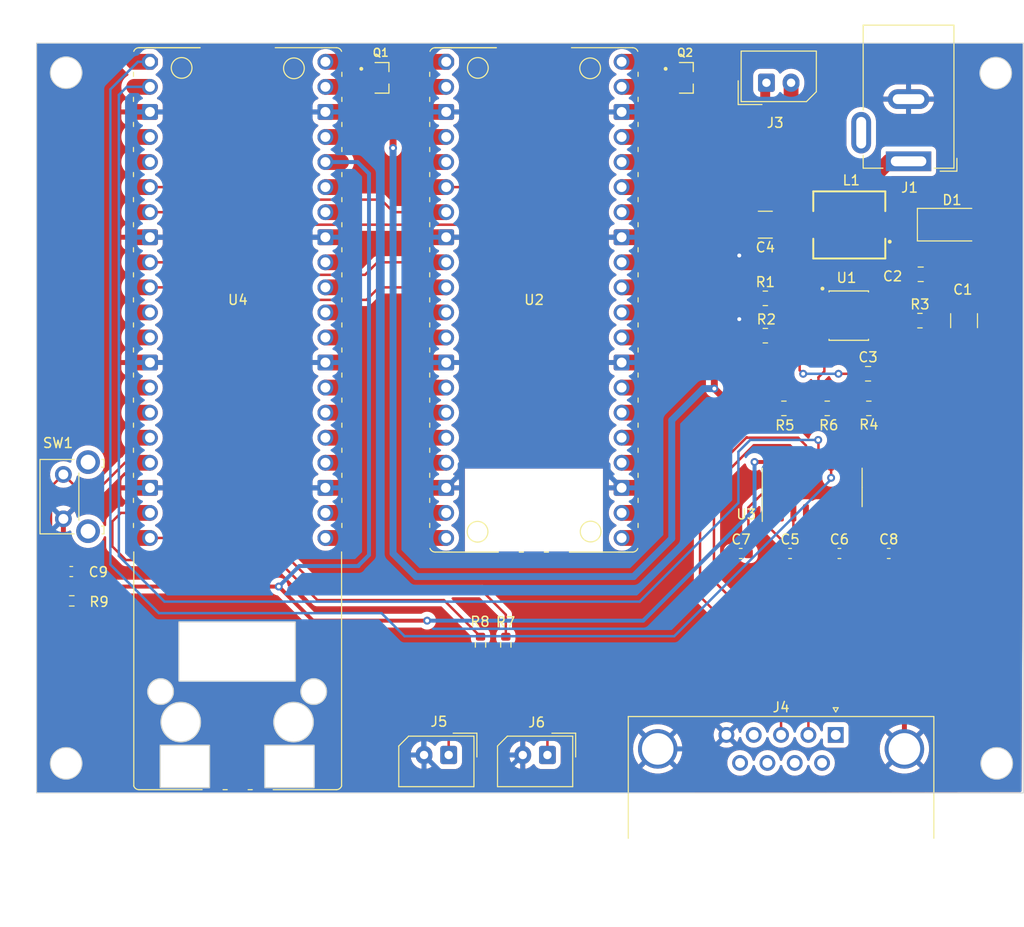
<source format=kicad_pcb>
(kicad_pcb (version 20221018) (generator pcbnew)
  (layers (0 "F.Cu" signal) (31 "B.Cu" signal) (34 "B.Paste" user) (35 "F.Paste" user) (36 "B.SilkS" user "B.Silkscreen") (37 "F.SilkS" user "F.Silkscreen") (38 "B.Mask" user) (39 "F.Mask" user) (44 "Edge.Cuts" user))
  (net 0 "")
  (net 1 "+5V")
  (net 2 "Net-(U1-FB)")
  (net 3 "Net-(C3-Pad2)")
  (net 4 "GND")
  (net 5 "Net-(U1-FREQ)")
  (net 6 "Net-(U1-EN)")
  (net 7 "+24V")
  (net 8 "+3.3V")
  (net 9 "BTN")
  (net 10 "Net-(U4-GPIO15)")
  (net 11 "Net-(U4-GPIO14)")
  (net 12 "Net-(U3-C1+)")
  (net 13 "Net-(U3-VS+)")
  (net 14 "Net-(U3-C1-)")
  (net 15 "Net-(U3-C2+)")
  (net 16 "Net-(U3-C2-)")
  (net 17 "Net-(U3-VS-)")
  (net 22 "UART0_TX")
  (net 23 "UART0_RX")
  (net 24 "RS232_RX")
  (net 25 "RS232_TX")
  (net 31 "Net-(U1-BST)")
  (net 32 "Net-(U1-SW)")
  (net 33 "Net-(U1-COMP)")
  (net 38 "UART1_RX")
  (net 39 "UART1_TX")
  (net 40 "P6")
  (net 41 "P7")
  (net 64 "Net-(U2-VSYS)")
  (net 65 "Net-(U2-VBUS)")
  (net 86 "Net-(U4-VSYS)")
  (net 87 "Net-(U4-VBUS)")
  (net 88 "+24VP")
  (net 89 "Net-(J6-Pin_1)")
  (net 90 "Net-(J5-Pin_1)")
  (footprint "Package_SO:SO-16_3.9x9.9mm_P1.27mm" (layer "F.Cu") (at 98.6144 65.0312 90)
    (fp_text reference "U3")
    (fp_text value "MAX3232")
  )
  (footprint "Resistor_SMD:R_0603_1608Metric" (layer "F.Cu") (at 67.564 80.9874 -90)
    (fp_text reference "R7")
    (fp_text value "120")
  )
  (footprint "Connector_Dsub:DSUB-9_Female_Horizontal_P2.77x2.84mm_EdgePinOffset7.70mm_Housed_MountingHolesOffset9.12mm" (layer "F.Cu") (at 101 90.1139)
    (fp_text reference "J4")
    (fp_text value "RS232")
  )
  (footprint "Connector_Molex:Molex_SPOX_5267-02A_1x02_P2.50mm_Vertical" (layer "F.Cu") (at 61.7728 92.1512 180)
    (fp_text reference "J5")
    (fp_text value "Conn_01x02")
  )
  (footprint "Resistor_SMD:R_0603_1608Metric" (layer "F.Cu") (at 64.9986 80.9874 -90)
    (fp_text reference "R8")
    (fp_text value "120")
  )
  (footprint "Capacitor_SMD:C_0603_1608Metric" (layer "F.Cu") (at 106.3738 71.7272)
    (fp_text reference "C8")
    (fp_text value "100nF")
  )
  (footprint "Capacitor_SMD:C_0603_1608Metric" (layer "F.Cu") (at 23.5204 73.5584)
    (fp_text reference "C9")
    (fp_text value "10nF")
  )
  (footprint "Capacitor_SMD:C_0603_1608Metric" (layer "F.Cu") (at 96.3738 71.7272)
    (fp_text reference "C5")
    (fp_text value "100nF")
  )
  (footprint "Resistor_SMD:R_0805_2012Metric" (layer "F.Cu") (at 93.8665 49.6546 180)
    (fp_text reference "R2")
    (fp_text value "24K9")
  )
  (footprint "Resistor_SMD:R_0805_2012Metric" (layer "F.Cu") (at 100.1403 57.0206)
    (fp_text reference "R6")
    (fp_text value "8K2")
  )
  (footprint "Capacitor_SMD:C_0805_2012Metric" (layer "F.Cu") (at 104.2786 53.5136)
    (fp_text reference "C3")
    (fp_text value "220pF")
  )
  (footprint "Resistor_SMD:R_0805_2012Metric" (layer "F.Cu") (at 109.5364 48.1306)
    (fp_text reference "R3")
    (fp_text value "200K")
  )
  (footprint "Capacitor_SMD:C_1210_3225Metric" (layer "F.Cu") (at 114.0068 48.1306 -90)
    (fp_text reference "C1")
    (fp_text value "10uF 50V")
  )
  (footprint "Resistor_SMD:R_0603_1608Metric" (layer "F.Cu") (at 23.5712 76.5302 180)
    (fp_text reference "R9")
    (fp_text value "1K")
  )
  (footprint "Connector_Molex:Molex_SPOX_5267-02A_1x02_P2.50mm_Vertical" (layer "F.Cu") (at 71.7804 92.1512 180)
    (fp_text reference "J6")
    (fp_text value "Conn_01x02")
  )
  (footprint "Resistor_SMD:R_0805_2012Metric" (layer "F.Cu") (at 104.3548 57.0206 180)
    (fp_text reference "R4")
    (fp_text value "68K")
  )
  (footprint "Capacitor_SMD:C_0603_1608Metric" (layer "F.Cu") (at 101.3738 71.7272)
    (fp_text reference "C6")
    (fp_text value "100nF")
  )
  (footprint "Resistor_SMD:R_0805_2012Metric" (layer "F.Cu") (at 95.7461 57.0206)
    (fp_text reference "R5")
    (fp_text value "43K")
  )
  (footprint "0.winners:INDP7368X320_Inductor" (layer "F.Cu") (at 102.3736 38.4278 180)
    (fp_text reference "L1")
    (fp_text value "4.7uH")
  )
  (footprint "Capacitor_SMD:C_0603_1608Metric" (layer "F.Cu") (at 91.3738 71.7272 180)
    (fp_text reference "C7")
    (fp_text value "100nF")
  )
  (footprint "0.winners:Raspberry_Pi_Pico_W_SMT_THT" (layer "F.Cu") (at 61.5188 21.8948)
    (fp_text reference "U2")
    (fp_text value "Raspberry Pi Pico W")
  )
  (footprint "Diode_SMD:D_SMA" (layer "F.Cu") (at 112.7876 38.4024)
    (fp_text reference "D1")
    (fp_text value "SS34")
  )
  (footprint "Connector_BarrelJack:BarrelJack_GCT_DCJ200-10-A_Horizontal" (layer "F.Cu") (at 108.3818 31.9794 180)
    (fp_text reference "J1")
    (fp_text value "Barrel_Jack_MountingPin")
  )
  (footprint "Connector_Molex:Molex_SPOX_5267-02A_1x02_P2.50mm_Vertical" (layer "F.Cu") (at 93.9746 24.018)
    (fp_text reference "J3")
    (fp_text value "Conn_01x02")
  )
  (footprint "Button_Switch_THT:SW_SPST_Omron_B3F-315x_Angled" (layer "F.Cu") (at 22.7222 68.219 90)
    (fp_text reference "SW1")
    (fp_text value "SW_Push")
  )
  (footprint "0.winners:SOT91P240X110-3N_DMG2305UX-7" (layer "F.Cu") (at 85.861 23.5198)
    (fp_text reference "Q2")
    (fp_text value "DMG2305UX-7")
  )
  (footprint "0.winners:SOT91P240X110-3N_DMG2305UX-7" (layer "F.Cu") (at 55.0164 23.5204)
    (fp_text reference "Q1")
    (fp_text value "DMG2305UX-7")
  )
  (footprint "Capacitor_SMD:C_0805_2012Metric" (layer "F.Cu") (at 109.6126 43.4316)
    (fp_text reference "C2")
    (fp_text value "0.1uF")
  )
  (footprint "Resistor_SMD:R_0805_2012Metric" (layer "F.Cu") (at 93.8665 45.87)
    (fp_text reference "R1")
    (fp_text value "100K")
  )
  (footprint "0.winners:W5500-EVB-Pico_SMT_THT" (layer "F.Cu") (at 29.836 20.4648)
    (fp_text reference "U4")
    (fp_text value "W5500-EVB-Pico")
    (fp_rect (start 2.7 70.7) (end 7.7 75) (stroke (width 0.12)) (fill none) (layer "Edge.Cuts"))
    (fp_rect (start 4.6 58.2) (end 16.4 64.2) (stroke (width 0.12)) (fill none) (layer "Edge.Cuts"))
    (fp_rect (start 13.3 70.7) (end 18.3 75) (stroke (width 0.12)) (fill none) (layer "Edge.Cuts"))
    (fp_circle (center 2.74 65.26) (end 4.04 65.26) (stroke (width 0.12)) (fill none) (layer "Edge.Cuts"))
    (fp_circle (center 4.785 68.35) (end 6.785 68.35) (stroke (width 0.12)) (fill none) (layer "Edge.Cuts"))
    (fp_circle (center 16.215 68.35) (end 18.215 68.35) (stroke (width 0.12)) (fill none) (layer "Edge.Cuts"))
    (fp_circle (center 18.26 65.26) (end 19.56 65.26) (stroke (width 0.12)) (fill none) (layer "Edge.Cuts"))
  )
  (footprint "0.winners:SOIC127P600X170-9N_MP1584EN" (layer "F.Cu") (at 102.3228 47.6208)
    (fp_text reference "U1")
    (fp_text value "MP1584EN")
  )
  (footprint "Capacitor_SMD:C_1210_3225Metric" (layer "F.Cu") (at 93.8646 38.4024 180)
    (fp_text reference "C4")
    (fp_text value "22uF")
  )
  (gr_circle (center 23 23) (end 24.6 23) (stroke (width 0.1)) (fill none) (layer "Edge.Cuts"))
  (gr_circle (center 23 93) (end 24.6 93) (stroke (width 0.1)) (fill none) (layer "Edge.Cuts"))
  (gr_circle (center 117.221 23.0378) (end 118.821 23.0378) (stroke (width 0.1)) (fill none) (layer "Edge.Cuts"))
  (gr_rect (start 20 20) (end 120 96) (stroke (width 0.1)) (fill none) (layer "Edge.Cuts"))
  (gr_circle (center 117.3226 93) (end 118.9226 93) (stroke (width 0.1)) (fill none) (layer "Edge.Cuts"))
  (segment (start 90.701 57.0206) (end 94.8336 57.0206) (width 0.7) (layer "F.Cu") (net 1))
  (segment (start 95.3396 39.95) (end 95.3396 38.4024) (width 0.7) (layer "F.Cu") (net 1))
  (segment (start 89.4588 28.3972) (end 89.4588 24.9936) (width 0.7) (layer "F.Cu") (net 1))
  (segment (start 95.3396 38.4024) (end 95.365 38.4278) (width 0.7) (layer "F.Cu") (net 1))
  (segment (start 88.6968 46.5928) (end 95.3396 39.95) (width 0.7) (layer "F.Cu") (net 1))
  (segment (start 56.134 23.613) (end 56.0414 23.5204) (width 0.7) (layer "F.Cu") (net 1))
  (segment (start 87.985 23.5198) (end 86.886 23.5198) (width 0.7) (layer "F.Cu") (net 1))
  (segment (start 95.3396 34.278) (end 89.4588 28.3972) (width 0.7) (layer "F.Cu") (net 1))
  (segment (start 89.4588 24.9936) (end 87.985 23.5198) (width 0.7) (layer "F.Cu") (net 1))
  (segment (start 95.3396 38.4024) (end 95.3396 34.278) (width 0.7) (layer "F.Cu") (net 1))
  (segment (start 88.6968 55.0164) (end 88.6968 46.5928) (width 0.7) (layer "F.Cu") (net 1))
  (segment (start 56.134 30.6324) (end 56.134 23.613) (width 0.7) (layer "F.Cu") (net 1))
  (segment (start 95.365 38.4278) (end 99.3736 38.4278) (width 0.7) (layer "F.Cu") (net 1))
  (segment (start 88.6968 55.0164) (end 90.701 57.0206) (width 0.7) (layer "F.Cu") (net 1))
  (via (at 56.134 30.6324) (size 0.8) (drill 0.4) (layers "F.Cu" "B.Cu") (net 1))
  (via (at 88.6968 55.0164) (size 0.8) (drill 0.4) (layers "F.Cu" "B.Cu") (net 1))
  (segment (start 84.3788 58.2168) (end 84.3788 70.2056) (width 0.7) (layer "B.Cu") (net 1))
  (segment (start 88.6968 55.0164) (end 87.5792 55.0164) (width 0.7) (layer "B.Cu") (net 1))
  (segment (start 58.4708 74.0664) (end 56.134 71.7296) (width 0.7) (layer "B.Cu") (net 1))
  (segment (start 56.134 71.7296) (end 56.134 30.6324) (width 0.7) (layer "B.Cu") (net 1))
  (segment (start 84.3788 70.2056) (end 80.518 74.0664) (width 0.7) (layer "B.Cu") (net 1))
  (segment (start 87.5792 55.0164) (end 84.3788 58.2168) (width 0.7) (layer "B.Cu") (net 1))
  (segment (start 80.518 74.0664) (end 58.4708 74.0664) (width 0.7) (layer "B.Cu") (net 1))
  (segment (start 99.2494 53.871) (end 99.2494 56.999) (width 0.25) (layer "F.Cu") (net 2))
  (segment (start 99.8478 53.2726) (end 99.2494 53.871) (width 0.25) (layer "F.Cu") (net 2))
  (segment (start 99.8478 49.5258) (end 99.8478 53.2726) (width 0.25) (layer "F.Cu") (net 2))
  (segment (start 99.2494 56.999) (end 99.2278 57.0206) (width 0.25) (layer "F.Cu") (net 2))
  (segment (start 96.6586 57.0206) (end 99.2278 57.0206) (width 0.25) (layer "F.Cu") (net 2))
  (segment (start 105.2673 57.0206) (end 105.2673 53.5523) (width 0.25) (layer "F.Cu") (net 3))
  (segment (start 105.2673 53.5523) (end 105.2286 53.5136) (width 0.25) (layer "F.Cu") (net 3))
  (segment (start 83.9176 65.1296) (end 80.1878 65.1296) (width 0.5) (layer "F.Cu") (net 4))
  (segment (start 105.828 61.1608) (end 105.828 64.3612) (width 0.5) (layer "F.Cu") (net 4))
  (segment (start 110.4489 49.4985) (end 110.4762 49.5258) (width 0.5) (layer "F.Cu") (net 4))
  (segment (start 91.223 41.5266) (end 91.399 41.5266) (width 0.5) (layer "F.Cu") (net 4))
  (segment (start 22.7222 68.219) (end 24.3932 66.548) (width 0.5) (layer "F.Cu") (net 4))
  (segment (start 103.4423 57.0206) (end 103.4423 58.7751) (width 0.5) (layer "F.Cu") (net 4))
  (segment (start 105.9042 65.7582) (end 107.1488 67.0028) (width 0.5) (layer "F.Cu") (net 4))
  (segment (start 107.96 74.562) (end 107.96 91.5339) (width 0.5) (layer "F.Cu") (net 4))
  (segment (start 101.0528 57.0206) (end 103.4423 57.0206) (width 0.5) (layer "F.Cu") (net 4))
  (segment (start 112.0492 49.5258) (end 112.129 49.6056) (width 0.5) (layer "F.Cu") (net 4))
  (segment (start 28.3972 65.0748) (end 31.496 65.0748) (width 0.5) (layer "F.Cu") (net 4))
  (segment (start 22.7222 68.219) (end 22.7222 70.5758) (width 0.5) (layer "F.Cu") (net 4))
  (segment (start 113.7407 26.9621) (end 116.2426 29.464) (width 0.5) (layer "F.Cu") (net 4))
  (segment (start 90.5988 73.6176) (end 91.3754 74.3942) (width 0.5) (layer "F.Cu") (net 4))
  (segment (start 92.9756 64.3612) (end 95.4394 64.3612) (width 0.5) (layer "F.Cu") (net 4))
  (segment (start 90.5988 71.7272) (end 90.5988 73.6176) (width 0.5) (layer "F.Cu") (net 4))
  (segment (start 24.3932 66.548) (end 26.924 66.548) (width 0.5) (layer "F.Cu") (net 4))
  (segment (start 107.1488 67.0028) (end 107.1488 71.7272) (width 0.5) (layer "F.Cu") (net 4))
  (segment (start 92.954 49.6546) (end 92.0866 49.6546) (width 0.5) (layer "F.Cu") (net 4))
  (segment (start 116.2426 38.4048) (end 116.2426 49.4254) (width 0.5) (layer "F.Cu") (net 4))
  (segment (start 95.4394 64.3612) (end 95.4394 64.6152) (width 0.5) (layer "F.Cu") (net 4))
  (segment (start 105.828 61.1608) (end 109.4856 61.1608) (width 0.5) (layer "F.Cu") (net 4))
  (segment (start 116.0624 49.6056) (end 114.0068 49.6056) (width 0.5) (layer "F.Cu") (net 4))
  (segment (start 105.8534 65.7582) (end 105.9042 65.7582) (width 0.5) (layer "F.Cu") (net 4))
  (segment (start 105.828 65.7328) (end 105.8534 65.7582) (width 0.5) (layer "F.Cu") (net 4))
  (segment (start 22.7222 70.5758) (end 24.2954 72.149) (width 0.5) (layer "F.Cu") (net 4))
  (segment (start 95.4394 64.3612) (end 95.4394 62.4562) (width 0.5) (layer "F.Cu") (net 4))
  (segment (start 95.4394 64.6152) (end 96.5824 65.7582) (width 0.5) (layer "F.Cu") (net 4))
  (segment (start 110.4762 49.5258) (end 112.0492 49.5258) (width 0.5) (layer "F.Cu") (net 4))
  (segment (start 24.2954 72.149) (end 24.2954 73.5584) (width 0.5) (layer "F.Cu") (net 4))
  (segment (start 108.1278 74.3942) (end 108.2294 74.2926) (width 0.5) (layer "F.Cu") (net 4))
  (segment (start 107.1488 71.7272) (end 108.2294 72.8078) (width 0.5) (layer "F.Cu") (net 4))
  (segment (start 91.2484 48.8164) (end 91.2484 48.0036) (width 0.5) (layer "F.Cu") (net 4))
  (segment (start 96.5824 65.7582) (end 105.8534 65.7582) (width 0.5) (layer "F.Cu") (net 4))
  (segment (start 108.3818 25.6794) (end 112.4458 25.6794) (width 0.5) (layer "F.Cu") (net 4))
  (segment (start 90.5988 66.738) (end 92.9756 64.3612) (width 0.5) (layer "F.Cu") (net 4))
  (segment (start 92.0866 49.6546) (end 91.2484 48.8164) (width 0.5) (layer "F.Cu") (net 4))
  (segment (start 89.9906 59.0566) (end 83.9176 65.1296) (width 0.5) (layer "F.Cu") (net 4))
  (segment (start 90.5988 71.7272) (end 90.5988 66.738) (width 0.5) (layer "F.Cu") (net 4))
  (segment (start 84.4296 26.9748) (end 80.8988 26.9748) (width 0.5) (layer "F.Cu") (net 4))
  (segment (start 105.828 64.3612) (end 105.828 65.7328) (width 0.5) (layer "F.Cu") (net 4))
  (segment (start 103.4423 58.7751) (end 103.542 58.8748) (width 0.5) (layer "F.Cu") (net 4))
  (segment (start 109.4856 61.1608) (end 110.4762 60.1702) (width 0.5) (layer "F.Cu") (net 4))
  (segment (start 91.399 41.5266) (end 92.3896 40.536) (width 0.5) (layer "F.Cu") (net 4))
  (segment (start 116.2426 38.4048) (end 114.79 38.4048) (width 0.5) (layer "F.Cu") (net 4))
  (segment (start 116.2426 29.464) (end 116.2426 38.4048) (width 0.5) (layer "F.Cu") (net 4))
  (segment (start 114.79 38.4048) (end 114.7876 38.4024) (width 0.5) (layer "F.Cu") (net 4))
  (segment (start 112.129 49.6056) (end 114.0068 49.6056) (width 0.5) (layer "F.Cu") (net 4))
  (segment (start 91.2484 48.0036) (end 91.223 47.9782) (width 0.5) (layer "F.Cu") (net 4))
  (segment (start 92.3896 38.4024) (end 92.3896 34.9348) (width 0.5) (layer "F.Cu") (net 4))
  (segment (start 91.3754 74.3942) (end 108.1278 74.3942) (width 0.5) (layer "F.Cu") (net 4))
  (segment (start 103.3602 59.0566) (end 89.9906 59.0566) (width 0.5) (layer "F.Cu") (net 4))
  (segment (start 104.7978 49.5258) (end 110.4762 49.5258) (width 0.5) (layer "F.Cu") (net 4))
  (segment (start 113.7285 26.9621) (end 113.7407 26.9621) (width 0.5) (layer "F.Cu") (net 4))
  (segment (start 108.2294 72.8078) (end 108.2294 74.2926) (width 0.5) (layer "F.Cu") (net 4))
  (segment (start 92.3896 38.4024) (end 92.3896 40.536) (width 0.5) (layer "F.Cu") (net 4))
  (segment (start 92.3896 34.9348) (end 84.4296 26.9748) (width 0.5) (layer "F.Cu") (net 4))
  (segment (start 116.2426 49.4254) (end 116.0624 49.6056) (width 0.5) (layer "F.Cu") (net 4))
  (segment (start 110.4762 60.1702) (end 110.4762 49.5258) (width 0.5) (layer "F.Cu") (net 4))
  (segment (start 26.924 66.548) (end 28.3972 65.0748) (width 0.5) (layer "F.Cu") (net 4))
  (segment (start 108.1278 74.3942) (end 107.96 74.562) (width 0.5) (layer "F.Cu") (net 4))
  (segment (start 112.4458 25.6794) (end 113.7285 26.9621) (width 0.5) (layer "F.Cu") (net 4))
  (segment (start 110.4489 48.1306) (end 110.4489 49.4985) (width 0.5) (layer "F.Cu") (net 4))
  (segment (start 103.542 58.8748) (end 105.828 61.1608) (width 0.5) (layer "F.Cu") (net 4))
  (segment (start 103.542 58.8748) (end 103.3602 59.0566) (width 0.5) (layer "F.Cu") (net 4))
  (via (at 91.223 41.5266) (size 0.8) (drill 0.4) (layers "F.Cu" "B.Cu") (net 4))
  (via (at 91.223 47.9782) (size 0.8) (drill 0.4) (layers "F.Cu" "B.Cu") (net 4))
  (segment (start 61.5188 26.9748) (end 70.7136 26.9748) (width 0.5) (layer "B.Cu") (net 4))
  (segment (start 70.5612 39.6748) (end 70.5612 27.1272) (width 0.5) (layer "B.Cu") (net 4))
  (segment (start 40.1828 52.3748) (end 31.496 52.3748) (width 0.5) (layer "B.Cu") (net 4))
  (segment (start 91.223 46.378) (end 91.223 41.5266) (width 0.5) (layer "B.Cu") (net 4))
  (segment (start 40.3352 52.3748) (end 40.3352 39.6748) (width 0.5) (layer "B.Cu") (net 4))
  (segment (start 62.9412 63.6524) (end 62.9412 62.6872) (width 0.5) (layer "B.Cu") (net 4))
  (segment (start 77.9272 62.738) (end 77.9272 63.7032) (width 0.5) (layer "B.Cu") (net 4))
  (segment (start 40.5384 26.9748) (end 31.496 26.9748) (width 0.5) (layer "B.Cu") (net 4))
  (segment (start 49.276 39.6748) (end 40.3352 39.6748) (width 0.5) (layer "B.Cu") (net 4))
  (segment (start 77.9272 63.7032) (end 79.2988 65.0748) (width 0.5) (layer "B.Cu") (net 4))
  (segment (start 49.276 65.0748) (end 40.1828 65.0748) (width 0.5) (layer "B.Cu") (net 4))
  (segment (start 91.2016 46.3566) (end 91.223 46.378) (width 0.5) (layer "B.Cu") (net 4))
  (segment (start 61.2902 94.2086) (end 59.2328 92.1512) (width 0.5) (layer "B.Cu") (net 4))
  (segment (start 70.5612 39.6748) (end 79.2988 39.6748) (width 0.5) (layer "B.Cu") (net 4))
  (segment (start 40.3352 27.178) (end 40.5384 26.9748) (width 0.5) (layer "B.Cu") (net 4))
  (segment (start 79.1294 87.6808) (end 79.1294 87.7033) (width 0.5) (layer "B.Cu") (net 4))
  (segment (start 70.612 39.7256) (end 70.5612 39.6748) (width 0.5) (layer "B.Cu") (net 4))
  (segment (start 79.1294 87.7033) (end 82.96 91.5339) (width 0.5) (layer "B.Cu") (net 4))
  (segment (start 82.96 91.5339) (end 88.5 91.5339) (width 0.5) (layer "B.Cu") (net 4))
  (segment (start 91.223 47.9782) (end 91.223 46.378) (width 0.5) (layer "B.Cu") (net 4))
  (segment (start 70.612 52.3748) (end 79.2988 52.3748) (width 0.5) (layer "B.Cu") (net 4))
  (segment (start 70.612 52.3748) (end 70.612 39.7256) (width 0.5) (layer "B.Cu") (net 4))
  (segment (start 59.2328 88.4682) (end 60.0202 87.6808) (width 0.5) (layer "B.Cu") (net 4))
  (segment (start 49.276 52.3748) (end 40.3352 52.3748) (width 0.5) (layer "B.Cu") (net 4))
  (segment (start 70.612 52.3748) (end 70.612 61.7728) (width 0.5) (layer "B.Cu") (net 4))
  (segment (start 82.96 91.5339) (end 86.2961 94.87) (width 0.5) (layer "B.Cu") (net 4))
  (segment (start 70.612 61.7728) (end 76.962 61.7728) (width 0.5) (layer "B.Cu") (net 4))
  (segment (start 60.0202 87.6808) (end 79.1294 87.6808) (width 0.5) (layer "B.Cu") (net 4))
  (segment (start 40.3352 52.3748) (end 40.1828 52.3748) (width 0.5) (layer "B.Cu") (net 4))
  (segment (start 104.6239 94.87) (end 107.96 91.5339) (width 0.5) (layer "B.Cu") (net 4))
  (segment (start 76.962 61.7728) (end 77.9272 62.738) (width 0.5) (layer "B.Cu") (net 4))
  (segment (start 70.5612 27.1272) (end 70.7136 26.9748) (width 0.5) (layer "B.Cu") (net 4))
  (segment (start 61.5188 39.6748) (end 70.5612 39.6748) (width 0.5) (layer "B.Cu") (net 4))
  (segment (start 61.5188 52.3748) (end 70.612 52.3748) (width 0.5) (layer "B.Cu") (net 4))
  (segment (start 70.7136 26.9748) (end 79.2988 26.9748) (width 0.5) (layer "B.Cu") (net 4))
  (segment (start 40.3352 39.6748) (end 31.496 39.6748) (width 0.5) (layer "B.Cu") (net 4))
  (segment (start 40.1828 65.0748) (end 31.496 65.0748) (width 0.5) (layer "B.Cu") (net 4))
  (segment (start 88.5 91.5339) (end 89.92 90.1139) (width 0.5) (layer "B.Cu") (net 4))
  (segment (start 59.2328 92.1512) (end 59.2328 88.4682) (width 0.5) (layer "B.Cu") (net 4))
  (segment (start 63.8556 61.7728) (end 70.612 61.7728) (width 0.5) (layer "B.Cu") (net 4))
  (segment (start 62.9412 62.6872) (end 63.8556 61.7728) (width 0.5) (layer "B.Cu") (net 4))
  (segment (start 67.183 94.2086) (end 61.2902 94.2086) (width 0.5) (layer "B.Cu") (net 4))
  (segment (start 69.2404 92.1512) (end 67.183 94.2086) (width 0.5) (layer "B.Cu") (net 4))
  (segment (start 61.5188 26.9748) (end 49.276 26.9748) (width 0.5) (layer "B.Cu") (net 4))
  (segment (start 49.276 26.9748) (end 40.5384 26.9748) (width 0.5) (layer "B.Cu") (net 4))
  (segment (start 40.1828 52.3748) (end 40.1828 65.0748) (width 0.5) (layer "B.Cu") (net 4))
  (segment (start 40.3352 39.6748) (end 40.3352 27.178) (width 0.5) (layer "B.Cu") (net 4))
  (segment (start 86.2961 94.87) (end 104.6239 94.87) (width 0.5) (layer "B.Cu") (net 4))
  (segment (start 61.5188 65.0748) (end 62.9412 63.6524) (width 0.5) (layer "B.Cu") (net 4))
  (segment (start 89.8389 90.1139) (end 89.9425 90.1139) (width 0.5) (layer "B.Cu") (net 4))
  (segment (start 108.4987 48.2558) (end 108.6239 48.1306) (width 0.25) (layer "F.Cu") (net 5))
  (segment (start 104.7978 48.2558) (end 108.4987 48.2558) (width 0.25) (layer "F.Cu") (net 5))
  (segment (start 97.6474 46.9858) (end 96.5316 45.87) (width 0.25) (layer "F.Cu") (net 6))
  (segment (start 99.8478 46.9858) (end 97.6474 46.9858) (width 0.25) (layer "F.Cu") (net 6))
  (segment (start 94.779 45.87) (end 94.779 49.6546) (width 0.25) (layer "F.Cu") (net 6))
  (segment (start 96.5316 45.87) (end 94.779 45.87) (width 0.25) (layer "F.Cu") (net 6))
  (segment (start 95.7188 41.8568) (end 92.954 44.6216) (width 1) (layer "F.Cu") (net 7))
  (segment (start 92.954 44.6216) (end 92.954 45.87) (width 1) (layer "F.Cu") (net 7))
  (segment (start 112.776 36.0818) (end 111.5914 34.8972) (width 1) (layer "F.Cu") (net 7))
  (segment (start 100.4546 34.8972) (end 102.4244 34.8972) (width 1) (layer "F.Cu") (net 7))
  (segment (start 93.853 28.2956) (end 100.4546 34.8972) (width 1) (layer "F.Cu") (net 7))
  (segment (start 107.0726 46.9876) (end 108.5458 45.5144) (width 1) (layer "F.Cu") (net 7))
  (segment (start 108.5458 45.5144) (end 111.3398 45.5144) (width 1) (layer "F.Cu") (net 7))
  (segment (start 104.7978 46.9858) (end 104.7996 46.9876) (width 1) (layer "F.Cu") (net 7))
  (segment (start 112.6098 44.2444) (end 114.0068 44.2444) (width 1) (layer "F.Cu") (net 7))
  (segment (start 112.776 41.2356) (end 112.776 36.0818) (width 1) (layer "F.Cu") (net 7))
  (segment (start 104.7996 46.9876) (end 107.0726 46.9876) (width 1) (layer "F.Cu") (net 7))
  (segment (start 111.5914 34.8972) (end 102.4244 34.8972) (width 1) (layer "F.Cu") (net 7))
  (segment (start 93.853 24.1396) (end 93.9746 24.018) (width 1) (layer "F.Cu") (net 7))
  (segment (start 111.3398 45.5144) (end 112.6098 44.2444) (width 1) (layer "F.Cu") (net 7))
  (segment (start 114.0068 46.6556) (end 114.0068 44.2444) (width 1) (layer "F.Cu") (net 7))
  (segment (start 93.853 28.2956) (end 93.853 24.1396) (width 1) (layer "F.Cu") (net 7))
  (segment (start 102.4244 34.8972) (end 102.4244 40.5106) (width 1) (layer "F.Cu") (net 7))
  (segment (start 114.0068 42.4664) (end 112.776 41.2356) (width 1) (layer "F.Cu") (net 7))
  (segment (start 101.0782 41.8568) (end 95.7188 41.8568) (width 1) (layer "F.Cu") (net 7))
  (segment (start 114.0068 44.2444) (end 114.0068 42.4664) (width 1) (layer "F.Cu") (net 7))
  (segment (start 102.4244 40.5106) (end 101.0782 41.8568) (width 1) (layer "F.Cu") (net 7))
  (segment (start 28.194 75.0824) (end 44.5516 75.0824) (width 0.4) (layer "F.Cu") (net 8))
  (segment (start 26.7462 76.5302) (end 28.194 75.0824) (width 0.4) (layer "F.Cu") (net 8))
  (segment (start 24.3962 76.5302) (end 26.7462 76.5302) (width 0.4) (layer "F.Cu") (net 8))
  (segment (start 48.006 78.5368) (end 59.5884 78.5368) (width 0.4) (layer "F.Cu") (net 8))
  (segment (start 24.2954 76.4802) (end 24.32 76.5048) (width 0.4) (layer "F.Cu") (net 8))
  (segment (start 94.1694 62.4562) (end 92.7724 62.4562) (width 0.4) (layer "F.Cu") (net 8))
  (segment (start 44.5516 75.0824) (end 48.006 78.5368) (width 0.4) (layer "F.Cu") (net 8))
  (via (at 92.7724 62.4562) (size 0.8) (drill 0.4) (layers "F.Cu" "B.Cu") (net 8))
  (via (at 44.5516 75.0824) (size 0.8) (drill 0.4) (layers "F.Cu" "B.Cu") (net 8))
  (via (at 59.5884 78.5368) (size 0.8) (drill 0.4) (layers "F.Cu" "B.Cu") (net 8))
  (segment (start 53.6956 71.882) (end 53.6956 33.2232) (width 0.4) (layer "B.Cu") (net 8))
  (segment (start 92.7724 67.2476) (end 92.7724 62.4562) (width 0.4) (layer "B.Cu") (net 8))
  (segment (start 52.6288 72.9996) (end 52.6288 72.9488) (width 0.4) (layer "B.Cu") (net 8))
  (segment (start 81.4832 78.5368) (end 92.7724 67.2476) (width 0.4) (layer "B.Cu") (net 8))
  (segment (start 53.6956 33.2232) (end 52.5272 32.0548) (width 0.4) (layer "B.Cu") (net 8))
  (segment (start 46.6344 72.9996) (end 52.6288 72.9996) (width 0.4) (layer "B.Cu") (net 8))
  (segment (start 44.5516 75.0824) (end 46.6344 72.9996) (width 0.4) (layer "B.Cu") (net 8))
  (segment (start 52.5272 32.0548) (end 49.276 32.0548) (width 0.4) (layer "B.Cu") (net 8))
  (segment (start 52.6288 72.9488) (end 53.6956 71.882) (width 0.4) (layer "B.Cu") (net 8))
  (segment (start 59.5884 78.5368) (end 81.4832 78.5368) (width 0.4) (layer "B.Cu") (net 8))
  (segment (start 21.463 64.9732) (end 21.463 71.5264) (width 0.25) (layer "F.Cu") (net 9))
  (segment (start 28.956 62.5348) (end 26.3652 65.1256) (width 0.25) (layer "F.Cu") (net 9))
  (segment (start 22.7462 73.5592) (end 22.7454 73.5584) (width 0.25) (layer "F.Cu") (net 9))
  (segment (start 31.496 62.5348) (end 28.956 62.5348) (width 0.25) (layer "F.Cu") (net 9))
  (segment (start 26.3652 65.1256) (end 24.1288 65.1256) (width 0.25) (layer "F.Cu") (net 9))
  (segment (start 22.7454 76.5294) (end 22.7462 76.5302) (width 0.25) (layer "F.Cu") (net 9))
  (segment (start 22.7462 76.5302) (end 22.7462 73.5592) (width 0.25) (layer "F.Cu") (net 9))
  (segment (start 24.1288 65.1256) (end 22.7222 63.719) (width 0.25) (layer "F.Cu") (net 9))
  (segment (start 22.7172 63.719) (end 21.463 64.9732) (width 0.25) (layer "F.Cu") (net 9))
  (segment (start 22.7222 63.719) (end 22.7172 63.719) (width 0.25) (layer "F.Cu") (net 9))
  (segment (start 22.7222 73.5352) (end 22.7454 73.5584) (width 0.25) (layer "F.Cu") (net 9))
  (segment (start 22.7454 73.5584) (end 22.7454 72.8088) (width 0.25) (layer "F.Cu") (net 9))
  (segment (start 22.7454 72.8088) (end 21.463 71.5264) (width 0.25) (layer "F.Cu") (net 9))
  (segment (start 48.8696 75.5396) (end 65.1764 75.5396) (width 0.25) (layer "F.Cu") (net 10))
  (segment (start 31.496 70.1548) (end 43.4848 70.1548) (width 0.25) (layer "F.Cu") (net 10))
  (segment (start 43.4848 70.1548) (end 48.8696 75.5396) (width 0.25) (layer "F.Cu") (net 10))
  (segment (start 65.1764 75.5396) (end 67.564 77.9272) (width 0.25) (layer "F.Cu") (net 10))
  (segment (start 67.564 77.9272) (end 67.564 80.1624) (width 0.25) (layer "F.Cu") (net 10))
  (segment (start 27.686 68.4784) (end 27.686 71.0184) (width 0.25) (layer "F.Cu") (net 11))
  (segment (start 31.496 67.6148) (end 28.5496 67.6148) (width 0.25) (layer "F.Cu") (net 11))
  (segment (start 61.2902 76.454) (end 64.9986 80.1624) (width 0.25) (layer "F.Cu") (net 11))
  (segment (start 28.5496 67.6148) (end 27.686 68.4784) (width 0.25) (layer "F.Cu") (net 11))
  (segment (start 48.4632 76.454) (end 61.2902 76.454) (width 0.25) (layer "F.Cu") (net 11))
  (segment (start 29.0576 72.39) (end 44.3992 72.39) (width 0.25) (layer "F.Cu") (net 11))
  (segment (start 44.3992 72.39) (end 48.4632 76.454) (width 0.25) (layer "F.Cu") (net 11))
  (segment (start 27.686 71.0184) (end 29.0576 72.39) (width 0.25) (layer "F.Cu") (net 11))
  (segment (start 95.5988 70.4756) (end 95.5988 71.7272) (width 0.25) (layer "F.Cu") (net 12))
  (segment (start 95.6172 70.4572) (end 95.5988 70.4756) (width 0.25) (layer "F.Cu") (net 12))
  (segment (start 94.1694 67.6062) (end 94.1694 69.0094) (width 0.25) (layer "F.Cu") (net 12))
  (segment (start 94.1694 69.0094) (end 95.6172 70.4572) (width 0.25) (layer "F.Cu") (net 12))
  (segment (start 94.7028 65.7582) (end 95.4394 66.4948) (width 0.25) (layer "F.Cu") (net 13))
  (segment (start 95.4394 66.4948) (end 95.4394 67.6062) (width 0.25) (layer "F.Cu") (net 13))
  (segment (start 92.1488 67.0676) (end 93.4582 65.7582) (width 0.25) (layer "F.Cu") (net 13))
  (segment (start 93.4582 65.7582) (end 94.7028 65.7582) (width 0.25) (layer "F.Cu") (net 13))
  (segment (start 92.1488 71.7272) (end 92.1488 67.0676) (width 0.25) (layer "F.Cu") (net 13))
  (segment (start 97.1412 71.7196) (end 97.1488 71.7272) (width 0.25) (layer "F.Cu") (net 14))
  (segment (start 96.7094 69.3142) (end 97.1412 69.746) (width 0.25) (layer "F.Cu") (net 14))
  (segment (start 96.7094 67.6062) (end 96.7094 69.3142) (width 0.25) (layer "F.Cu") (net 14))
  (segment (start 97.1412 69.746) (end 97.1412 71.7196) (width 0.25) (layer "F.Cu") (net 14))
  (segment (start 97.9794 69.1078) (end 100.5988 71.7272) (width 0.25) (layer "F.Cu") (net 15))
  (segment (start 97.9794 67.6062) (end 97.9794 69.1078) (width 0.25) (layer "F.Cu") (net 15))
  (segment (start 99.2494 68.8062) (end 100.7734 70.3302) (width 0.25) (layer "F.Cu") (net 16))
  (segment (start 101.51 70.3302) (end 102.1488 70.969) (width 0.25) (layer "F.Cu") (net 16))
  (segment (start 102.1488 70.969) (end 102.1488 71.7272) (width 0.25) (layer "F.Cu") (net 16))
  (segment (start 99.2494 67.6062) (end 99.2494 68.8062) (width 0.25) (layer "F.Cu") (net 16))
  (segment (start 100.7734 70.3302) (end 101.51 70.3302) (width 0.25) (layer "F.Cu") (net 16))
  (segment (start 102.1196 69.6952) (end 104.1516 71.7272) (width 0.25) (layer "F.Cu") (net 17))
  (segment (start 104.1516 71.7272) (end 105.5988 71.7272) (width 0.25) (layer "F.Cu") (net 17))
  (segment (start 100.5194 68.8062) (end 101.4084 69.6952) (width 0.25) (layer "F.Cu") (net 17))
  (segment (start 101.4084 69.6952) (end 102.1196 69.6952) (width 0.25) (layer "F.Cu") (net 17))
  (segment (start 100.5194 67.6062) (end 100.5194 68.8062) (width 0.25) (layer "F.Cu") (net 17))
  (segment (start 100.5332 64.0588) (end 100.5332 62.47) (width 0.25) (layer "F.Cu") (net 22))
  (segment (start 100.5332 62.47) (end 100.5194 62.4562) (width 0.25) (layer "F.Cu") (net 22))
  (via (at 100.5332 64.0588) (size 0.8) (drill 0.4) (layers "F.Cu" "B.Cu") (net 22))
  (segment (start 27.4828 24.6888) (end 30.2768 21.8948) (width 0.25) (layer "B.Cu") (net 22))
  (segment (start 100.4824 64.1096) (end 100.4824 64.262) (width 0.25) (layer "B.Cu") (net 22))
  (segment (start 54.9656 77.7748) (end 32.4104 77.7748) (width 0.25) (layer "B.Cu") (net 22))
  (segment (start 100.5332 64.0588) (end 100.4824 64.1096) (width 0.25) (layer "B.Cu") (net 22))
  (segment (start 32.4104 77.7748) (end 27.4828 72.8472) (width 0.25) (layer "B.Cu") (net 22))
  (segment (start 30.2768 21.8948) (end 31.496 21.8948) (width 0.25) (layer "B.Cu") (net 22))
  (segment (start 27.4828 72.8472) (end 27.4828 24.6888) (width 0.25) (layer "B.Cu") (net 22))
  (segment (start 100.4824 64.262) (end 84.6328 80.1116) (width 0.25) (layer "B.Cu") (net 22))
  (segment (start 57.3024 80.1116) (end 54.9656 77.7748) (width 0.25) (layer "B.Cu") (net 22))
  (segment (start 84.6328 80.1116) (end 57.3024 80.1116) (width 0.25) (layer "B.Cu") (net 22))
  (segment (start 99.2494 60.2464) (end 99.224 60.221) (width 0.25) (layer "F.Cu") (net 23))
  (segment (start 99.2494 62.4562) (end 99.2494 60.2464) (width 0.25) (layer "F.Cu") (net 23))
  (via (at 99.224 60.221) (size 0.8) (drill 0.4) (layers "F.Cu" "B.Cu") (net 23))
  (segment (start 29.1592 24.4348) (end 28.3464 25.2476) (width 0.25) (layer "B.Cu") (net 23))
  (segment (start 81.1276 76.6064) (end 91.1352 66.5988) (width 0.25) (layer "B.Cu") (net 23))
  (segment (start 31.496 24.4348) (end 29.1592 24.4348) (width 0.25) (layer "B.Cu") (net 23))
  (segment (start 32.9692 76.6064) (end 81.1276 76.6064) (width 0.25) (layer "B.Cu") (net 23))
  (segment (start 28.3464 25.2476) (end 28.3464 71.9836) (width 0.25) (layer "B.Cu") (net 23))
  (segment (start 28.3464 71.9836) (end 32.9692 76.6064) (width 0.25) (layer "B.Cu") (net 23))
  (segment (start 91.1352 61.4172) (end 92.3314 60.221) (width 0.25) (layer "B.Cu") (net 23))
  (segment (start 92.3314 60.221) (end 99.224 60.221) (width 0.25) (layer "B.Cu") (net 23))
  (segment (start 91.1352 66.5988) (end 91.1352 61.4172) (width 0.25) (layer "B.Cu") (net 23))
  (segment (start 87.2491 64.6775) (end 91.985 59.9416) (width 0.25) (layer "F.Cu") (net 24))
  (segment (start 87.2491 75.35) (end 87.2491 64.6775) (width 0.25) (layer "F.Cu") (net 24))
  (segment (start 87.2491 75.35) (end 87.2491 76.0891) (width 0.25) (layer "F.Cu") (net 24))
  (segment (start 92.0358 59.9924) (end 97.192 59.9924) (width 0.25) (layer "F.Cu") (net 24))
  (segment (start 91.985 59.9416) (end 92.0358 59.9924) (width 0.25) (layer "F.Cu") (net 24))
  (segment (start 97.9794 60.7798) (end 97.9794 62.4562) (width 0.25) (layer "F.Cu") (net 24))
  (segment (start 87.2491 76.0891) (end 95.46 84.3) (width 0.25) (layer "F.Cu") (net 24))
  (segment (start 95.46 84.3) (end 95.46 90.1139) (width 0.25) (layer "F.Cu") (net 24))
  (segment (start 97.192 59.9924) (end 97.9794 60.7798) (width 0.25) (layer "F.Cu") (net 24))
  (segment (start 88.6576 64.793) (end 88.6576 74.5212) (width 0.25) (layer "F.Cu") (net 25))
  (segment (start 98.23 84.0936) (end 98.23 90.1139) (width 0.25) (layer "F.Cu") (net 25))
  (segment (start 96.3538 60.7544) (end 92.6962 60.7544) (width 0.25) (layer "F.Cu") (net 25))
  (segment (start 92.6962 60.7544) (end 88.6576 64.793) (width 0.25) (layer "F.Cu") (net 25))
  (segment (start 96.7094 61.11) (end 96.3538 60.7544) (width 0.25) (layer "F.Cu") (net 25))
  (segment (start 90.2632 76.1268) (end 98.23 84.0936) (width 0.25) (layer "F.Cu") (net 25))
  (segment (start 88.6576 74.5212) (end 90.2632 76.1268) (width 0.25) (layer "F.Cu") (net 25))
  (segment (start 96.7094 62.4562) (end 96.7094 61.11) (width 0.25) (layer "F.Cu") (net 25))
  (segment (start 106.3378 45.7158) (end 107.1488 44.9048) (width 0.25) (layer "F.Cu") (net 31))
  (segment (start 107.1488 43.9904) (end 107.1488 44.9048) (width 0.25) (layer "F.Cu") (net 31))
  (segment (start 107.7076 43.4316) (end 107.1488 43.9904) (width 0.25) (layer "F.Cu") (net 31))
  (segment (start 104.7978 45.7158) (end 106.3378 45.7158) (width 0.25) (layer "F.Cu") (net 31))
  (segment (start 108.6626 43.4316) (end 107.7076 43.4316) (width 0.25) (layer "F.Cu") (net 31))
  (segment (start 108.8644 38.4278) (end 105.3736 38.4278) (width 0.5) (layer "F.Cu") (net 32))
  (segment (start 110.5626 42.629) (end 108.8644 40.9308) (width 0.5) (layer "F.Cu") (net 32))
  (segment (start 99.8478 45.7158) (end 99.8478 43.5698) (width 0.5) (layer "F.Cu") (net 32))
  (segment (start 110.5626 43.4316) (end 110.5626 42.629) (width 0.5) (layer "F.Cu") (net 32))
  (segment (start 108.8644 40.9308) (end 108.8644 38.4278) (width 0.5) (layer "F.Cu") (net 32))
  (segment (start 105.3736 41.2952) (end 105.3736 38.4278) (width 0.5) (layer "F.Cu") (net 32))
  (segment (start 99.8478 43.5698) (end 100.24 43.1776) (width 0.5) (layer "F.Cu") (net 32))
  (segment (start 103.4912 43.1776) (end 105.3736 41.2952) (width 0.5) (layer "F.Cu") (net 32))
  (segment (start 100.24 43.1776) (end 103.4912 43.1776) (width 0.5) (layer "F.Cu") (net 32))
  (segment (start 108.8644 38.4278) (end 110.7622 38.4278) (width 0.5) (layer "F.Cu") (net 32))
  (segment (start 110.7622 38.4278) (end 110.7876 38.4024) (width 0.5) (layer "F.Cu") (net 32))
  (segment (start 101.2814 53.5154) (end 103.3268 53.5154) (width 0.25) (layer "F.Cu") (net 33))
  (segment (start 103.3268 53.5154) (end 103.3286 53.5136) (width 0.25) (layer "F.Cu") (net 33))
  (segment (start 97.3444 49.172) (end 97.3444 53.1598) (width 0.25) (layer "F.Cu") (net 33))
  (segment (start 99.8478 48.2558) (end 98.2606 48.2558) (width 0.25) (layer "F.Cu") (net 33))
  (segment (start 98.2606 48.2558) (end 97.3444 49.172) (width 0.25) (layer "F.Cu") (net 33))
  (segment (start 97.3444 53.1598) (end 97.7 53.5154) (width 0.25) (layer "F.Cu") (net 33))
  (via (at 97.7 53.5154) (size 0.8) (drill 0.4) (layers "F.Cu" "B.Cu") (net 33))
  (via (at 101.2814 53.5154) (size 0.8) (drill 0.4) (layers "F.Cu" "B.Cu") (net 33))
  (segment (start 97.7 53.5154) (end 101.2814 53.5154) (width 0.25) (layer "B.Cu") (net 33))
  (segment (start 65.1256 37.2364) (end 63.9572 38.4048) (width 0.25) (layer "F.Cu") (net 38))
  (segment (start 61.5188 34.5948) (end 64.008 34.5948) (width 0.25) (layer "F.Cu") (net 38))
  (segment (start 45.6184 38.4048) (end 44.3484 37.1348) (width 0.25) (layer "F.Cu") (net 38))
  (segment (start 63.9572 38.4048) (end 45.6184 38.4048) (width 0.25) (layer "F.Cu") (net 38))
  (segment (start 65.1256 35.7124) (end 65.1256 37.2364) (width 0.25) (layer "F.Cu") (net 38))
  (segment (start 64.008 34.5948) (end 65.1256 35.7124) (width 0.25) (layer "F.Cu") (net 38))
  (segment (start 44.3484 37.1348) (end 31.496 37.1348) (width 0.25) (layer "F.Cu") (net 38))
  (segment (start 36.4236 34.5948) (end 37.6936 35.8648) (width 0.25) (layer "F.Cu") (net 39))
  (segment (start 56.1848 37.1348) (end 61.5188 37.1348) (width 0.25) (layer "F.Cu") (net 39))
  (segment (start 37.6936 35.8648) (end 54.9148 35.8648) (width 0.25) (layer "F.Cu") (net 39))
  (segment (start 31.496 34.5948) (end 36.4236 34.5948) (width 0.25) (layer "F.Cu") (net 39))
  (segment (start 54.9148 35.8648) (end 56.1848 37.1348) (width 0.25) (layer "F.Cu") (net 39))
  (segment (start 43.0784 43.4848) (end 53.2892 43.4848) (width 0.25) (layer "F.Cu") (net 40))
  (segment (start 31.496 42.2148) (end 41.8084 42.2148) (width 0.25) (layer "F.Cu") (net 40))
  (segment (start 53.2892 43.4848) (end 54.5592 42.2148) (width 0.25) (layer "F.Cu") (net 40))
  (segment (start 54.5592 42.2148) (end 61.5188 42.2148) (width 0.25) (layer "F.Cu") (net 40))
  (segment (start 41.8084 42.2148) (end 43.0784 43.4848) (width 0.25) (layer "F.Cu") (net 40))
  (segment (start 54.7116 44.7548) (end 61.5188 44.7548) (width 0.25) (layer "F.Cu") (net 41))
  (segment (start 42.7736 46.0248) (end 53.4416 46.0248) (width 0.25) (layer "F.Cu") (net 41))
  (segment (start 31.496 44.7548) (end 41.5036 44.7548) (width 0.25) (layer "F.Cu") (net 41))
  (segment (start 41.5036 44.7548) (end 42.7736 46.0248) (width 0.25) (layer "F.Cu") (net 41))
  (segment (start 53.4416 46.0248) (end 54.7116 44.7548) (width 0.25) (layer "F.Cu") (net 41))
  (segment (start 79.2988 24.4348) (end 84.836 24.4348) (width 0.7) (layer "F.Cu") (net 64))
  (segment (start 83.8188 22.6048) (end 84.836 22.6048) (width 0.7) (layer "F.Cu") (net 65))
  (segment (start 79.2988 21.8948) (end 83.1088 21.8948) (width 0.7) (layer "F.Cu") (net 65))
  (segment (start 83.1088 21.8948) (end 83.8188 22.6048) (width 0.7) (layer "F.Cu") (net 65))
  (segment (start 53.9908 24.4348) (end 53.9914 24.4354) (width 0.7) (layer "F.Cu") (net 86))
  (segment (start 49.276 24.4348) (end 53.9908 24.4348) (width 0.7) (layer "F.Cu") (net 86))
  (segment (start 49.276 21.8948) (end 52.578 21.8948) (width 0.7) (layer "F.Cu") (net 87))
  (segment (start 53.2886 22.6054) (end 53.9914 22.6054) (width 0.7) (layer "F.Cu") (net 87))
  (segment (start 52.578 21.8948) (end 53.2886 22.6054) (width 0.7) (layer "F.Cu") (net 87))
  (segment (start 108.3818 31.9794) (end 107.0602 31.9794) (width 1.5) (layer "F.Cu") (net 88))
  (segment (start 101.7016 32.9184) (end 105.4608 32.9184) (width 1.5) (layer "F.Cu") (net 88))
  (segment (start 96.4746 27.6298) (end 96.4746 24.018) (width 1.5) (layer "F.Cu") (net 88))
  (segment (start 105.4608 32.9184) (end 106.3998 31.9794) (width 1.5) (layer "F.Cu") (net 88))
  (segment (start 96.4438 27.6606) (end 96.4746 27.6298) (width 1.5) (layer "F.Cu") (net 88))
  (segment (start 106.3998 31.9794) (end 108.3818 31.9794) (width 1.5) (layer "F.Cu") (net 88))
  (segment (start 96.4438 27.6606) (end 101.7016 32.9184) (width 1.5) (layer "F.Cu") (net 88))
  (segment (start 67.564 81.8124) (end 67.564 84.1756) (width 0.25) (layer "F.Cu") (net 89))
  (segment (start 71.7804 92.1512) (end 71.7804 88.392) (width 0.25) (layer "F.Cu") (net 89))
  (segment (start 67.564 84.1756) (end 71.7804 88.392) (width 0.25) (layer "F.Cu") (net 89))
  (segment (start 65.024 84.2772) (end 65.024 81.8378) (width 0.25) (layer "F.Cu") (net 90))
  (segment (start 61.7728 92.1512) (end 61.7728 87.5284) (width 0.25) (layer "F.Cu") (net 90))
  (segment (start 61.7728 92.1512) (end 61.849 92.1512) (width 0.25) (layer "F.Cu") (net 90))
  (segment (start 61.7728 87.5284) (end 65.024 84.2772) (width 0.25) (layer "F.Cu") (net 90))
  (zone (net 4) (net_name "GND") (layers "F&B.Cu") (connect_pads (clearance 0.5)) (min_thickness 0.25) (fill yes (thermal_gap 0.5) (thermal_bridge_width 0.5))
    (polygon (pts (xy 20.0152 19.9136) (xy 120.0912 19.9136) (xy 119.8372 95.9104) (xy 19.8628 96.012)))
  )
)
</source>
